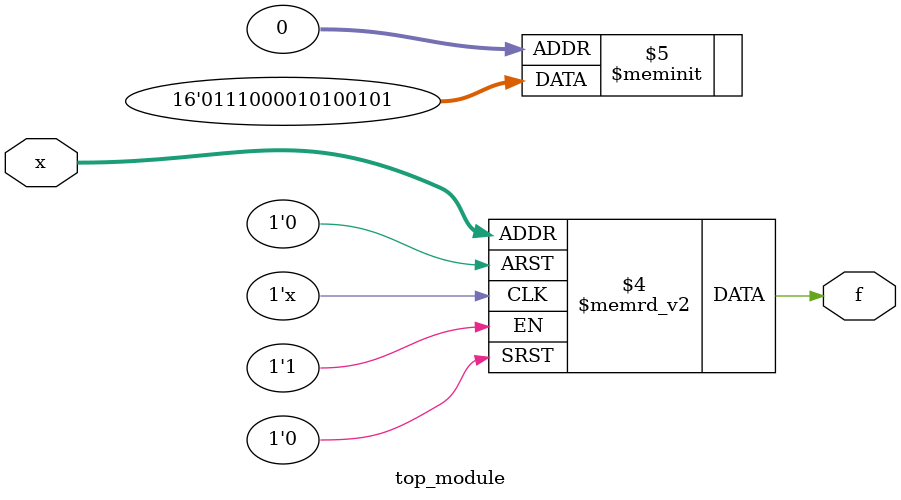
<source format=sv>
module top_module (
	input [4:1] x,
	output logic f
);
	
	always_comb begin
		case (x)
			4'b0000: f = 1'b1;
			4'b0001: f = 1'b0;
			4'b0011: f = 1'b0;
			4'b0010: f = 1'b1;
			4'b0110: f = 1'b0;
			4'b0100: f = 1'b0;
			4'b0111: f = 1'b1;
			4'b0101: f = 1'b1;
			4'b1110: f = 1'b1;
			4'b1100: f = 1'b1;
			4'b1111: f = 1'b0;
			4'b1101: f = 1'b1;
			default: f = 1'b0;
		endcase
	end
	
endmodule

</source>
